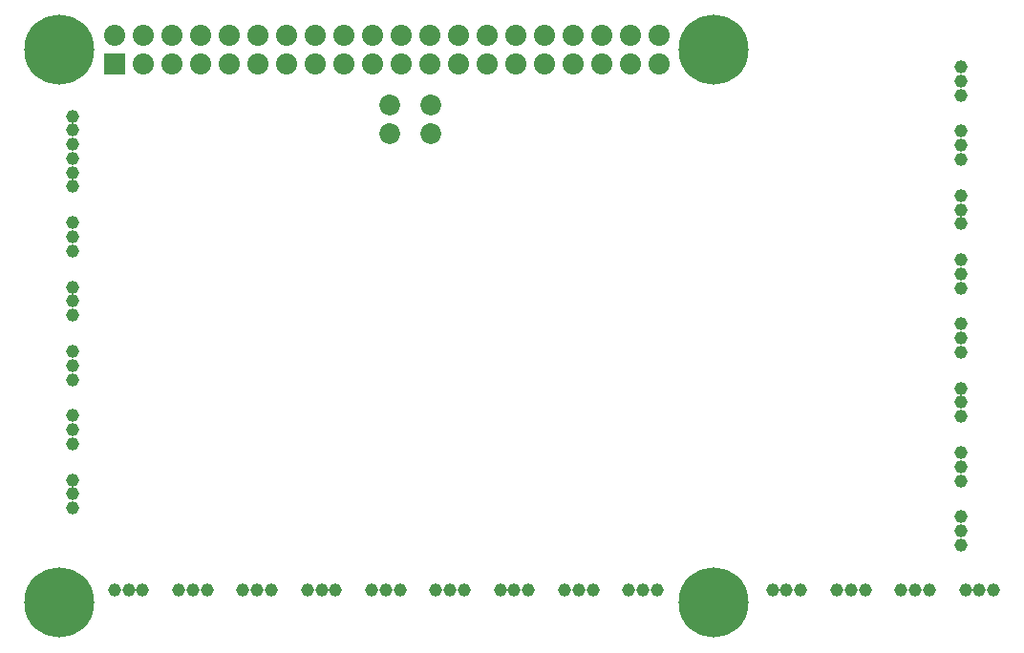
<source format=gbs>
G04*
G04 #@! TF.GenerationSoftware,Altium Limited,Altium Designer,20.2.6 (244)*
G04*
G04 Layer_Color=16711935*
%FSLAX25Y25*%
%MOIN*%
G70*
G04*
G04 #@! TF.SameCoordinates,6014BA27-FBD2-41FC-A7C1-7B1D111333E3*
G04*
G04*
G04 #@! TF.FilePolarity,Negative*
G04*
G01*
G75*
%ADD39C,0.04528*%
%ADD40C,0.24410*%
%ADD41C,0.07284*%
%ADD42C,0.07382*%
%ADD43R,0.07382X0.07382*%
D39*
X262638Y18228D02*
D03*
X267559D02*
D03*
X272480D02*
D03*
X32992D02*
D03*
X37913D02*
D03*
X42835D02*
D03*
X18228Y136496D02*
D03*
Y141417D02*
D03*
Y146339D02*
D03*
Y114055D02*
D03*
Y118976D02*
D03*
Y123898D02*
D03*
Y91614D02*
D03*
Y96535D02*
D03*
Y101457D02*
D03*
Y69173D02*
D03*
Y74094D02*
D03*
Y79016D02*
D03*
Y46732D02*
D03*
Y51653D02*
D03*
Y56575D02*
D03*
X65276Y18228D02*
D03*
X60354D02*
D03*
X55433D02*
D03*
X87717D02*
D03*
X82795D02*
D03*
X77874D02*
D03*
X110158D02*
D03*
X105236D02*
D03*
X100315D02*
D03*
X132598D02*
D03*
X127677D02*
D03*
X122756D02*
D03*
X155039D02*
D03*
X150118D02*
D03*
X145197D02*
D03*
X177480D02*
D03*
X172559D02*
D03*
X167638D02*
D03*
X199921Y18228D02*
D03*
X195000D02*
D03*
X190079D02*
D03*
X222362D02*
D03*
X217441D02*
D03*
X212520D02*
D03*
X294921Y18228D02*
D03*
X290000D02*
D03*
X285079D02*
D03*
X317362D02*
D03*
X312441D02*
D03*
X307520D02*
D03*
X339803D02*
D03*
X334882D02*
D03*
X329961D02*
D03*
X328228Y43661D02*
D03*
Y38740D02*
D03*
Y33819D02*
D03*
X328228Y66102D02*
D03*
Y61181D02*
D03*
Y56260D02*
D03*
Y88583D02*
D03*
Y83661D02*
D03*
Y78740D02*
D03*
Y110984D02*
D03*
Y106063D02*
D03*
Y101142D02*
D03*
Y133425D02*
D03*
Y128504D02*
D03*
Y123583D02*
D03*
Y155866D02*
D03*
Y150945D02*
D03*
Y146024D02*
D03*
X328228Y178307D02*
D03*
Y173386D02*
D03*
Y168465D02*
D03*
Y200748D02*
D03*
Y195827D02*
D03*
Y190905D02*
D03*
X18307Y163937D02*
D03*
Y183622D02*
D03*
Y173779D02*
D03*
Y159016D02*
D03*
Y168858D02*
D03*
Y178701D02*
D03*
D40*
X242126Y206693D02*
D03*
Y13780D02*
D03*
X13780D02*
D03*
Y206693D02*
D03*
D41*
X143268Y187638D02*
D03*
Y177638D02*
D03*
X129213Y187638D02*
D03*
Y177638D02*
D03*
D42*
X142953Y201689D02*
D03*
X132953D02*
D03*
X122953D02*
D03*
X112953D02*
D03*
X102953D02*
D03*
X92953D02*
D03*
X82953D02*
D03*
X72953D02*
D03*
X222953D02*
D03*
X212953D02*
D03*
X202953D02*
D03*
X192953D02*
D03*
X182953D02*
D03*
X172953D02*
D03*
X162953D02*
D03*
X152953D02*
D03*
X62953D02*
D03*
X52953D02*
D03*
X42953D02*
D03*
X142953Y211689D02*
D03*
X132953D02*
D03*
X122953D02*
D03*
X112953D02*
D03*
X102953D02*
D03*
X92953D02*
D03*
X82953D02*
D03*
X72953D02*
D03*
X222953D02*
D03*
X212953D02*
D03*
X202953D02*
D03*
X192953D02*
D03*
X182953D02*
D03*
X172953D02*
D03*
X162953D02*
D03*
X152953D02*
D03*
X62953D02*
D03*
X52953D02*
D03*
X42953D02*
D03*
X32953D02*
D03*
D43*
Y201689D02*
D03*
M02*

</source>
